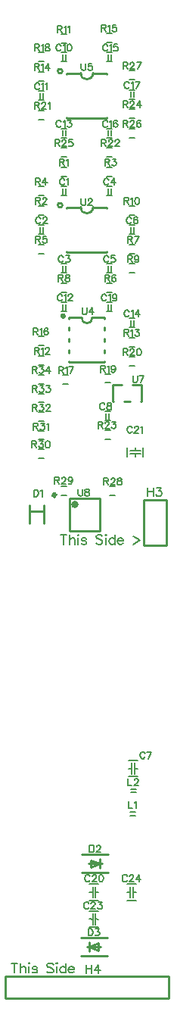
<source format=gto>
G04 Layer: TopSilkLayer*
G04 EasyEDA v6.4.19.5, 2021-06-09T13:24:33+02:00*
G04 4d0a35ba0e1948c19c820806b4e2a2d6,fb9c11b3819f4bbabdc06984e21ef5f2,10*
G04 Gerber Generator version 0.2*
G04 Scale: 100 percent, Rotated: No, Reflected: No *
G04 Dimensions in millimeters *
G04 leading zeros omitted , absolute positions ,4 integer and 5 decimal *
%FSLAX45Y45*%
%MOMM*%

%ADD10C,0.2540*%
%ADD30C,0.1530*%
%ADD31C,0.4000*%
%ADD32C,0.2032*%
%ADD33C,0.1524*%

%LPD*%
D32*
X80103Y-10523931D02*
G01*
X80103Y-10629087D01*
X45051Y-10523931D02*
G01*
X114901Y-10523931D01*
X147921Y-10523931D02*
G01*
X147921Y-10629087D01*
X147921Y-10579049D02*
G01*
X162907Y-10564063D01*
X173067Y-10558983D01*
X188053Y-10558983D01*
X197959Y-10564063D01*
X203039Y-10579049D01*
X203039Y-10629087D01*
X236059Y-10523931D02*
G01*
X240885Y-10529011D01*
X245965Y-10523931D01*
X240885Y-10519105D01*
X236059Y-10523931D01*
X240885Y-10558983D02*
G01*
X240885Y-10629087D01*
X334103Y-10573969D02*
G01*
X329023Y-10564063D01*
X314037Y-10558983D01*
X299051Y-10558983D01*
X284065Y-10564063D01*
X278985Y-10573969D01*
X284065Y-10583875D01*
X293971Y-10588955D01*
X319117Y-10594035D01*
X329023Y-10598861D01*
X334103Y-10609021D01*
X334103Y-10614101D01*
X329023Y-10624007D01*
X314037Y-10629087D01*
X299051Y-10629087D01*
X284065Y-10624007D01*
X278985Y-10614101D01*
X513935Y-10538917D02*
G01*
X504029Y-10529011D01*
X489043Y-10523931D01*
X468977Y-10523931D01*
X453991Y-10529011D01*
X444085Y-10538917D01*
X444085Y-10549077D01*
X448911Y-10558983D01*
X453991Y-10564063D01*
X463897Y-10568889D01*
X494123Y-10579049D01*
X504029Y-10583875D01*
X509109Y-10588955D01*
X513935Y-10598861D01*
X513935Y-10614101D01*
X504029Y-10624007D01*
X489043Y-10629087D01*
X468977Y-10629087D01*
X453991Y-10624007D01*
X444085Y-10614101D01*
X546955Y-10523931D02*
G01*
X552035Y-10529011D01*
X557115Y-10523931D01*
X552035Y-10519105D01*
X546955Y-10523931D01*
X552035Y-10558983D02*
G01*
X552035Y-10629087D01*
X650079Y-10523931D02*
G01*
X650079Y-10629087D01*
X650079Y-10573969D02*
G01*
X639919Y-10564063D01*
X630013Y-10558983D01*
X615027Y-10558983D01*
X605121Y-10564063D01*
X594961Y-10573969D01*
X589881Y-10588955D01*
X589881Y-10598861D01*
X594961Y-10614101D01*
X605121Y-10624007D01*
X615027Y-10629087D01*
X630013Y-10629087D01*
X639919Y-10624007D01*
X650079Y-10614101D01*
X683099Y-10588955D02*
G01*
X743043Y-10588955D01*
X743043Y-10579049D01*
X737963Y-10568889D01*
X732883Y-10564063D01*
X722977Y-10558983D01*
X707991Y-10558983D01*
X698085Y-10564063D01*
X687925Y-10573969D01*
X683099Y-10588955D01*
X683099Y-10598861D01*
X687925Y-10614101D01*
X698085Y-10624007D01*
X707991Y-10629087D01*
X722977Y-10629087D01*
X732883Y-10624007D01*
X743043Y-10614101D01*
X630026Y-5734042D02*
G01*
X630026Y-5838944D01*
X594974Y-5734042D02*
G01*
X665078Y-5734042D01*
X698098Y-5734042D02*
G01*
X698098Y-5838944D01*
X698098Y-5788906D02*
G01*
X713087Y-5773920D01*
X722990Y-5769094D01*
X737976Y-5769094D01*
X747882Y-5773920D01*
X752962Y-5788906D01*
X752962Y-5838944D01*
X785982Y-5734042D02*
G01*
X791062Y-5738865D01*
X795888Y-5734042D01*
X791062Y-5728962D01*
X785982Y-5734042D01*
X791062Y-5769094D02*
G01*
X791065Y-5838944D01*
X884026Y-5784080D02*
G01*
X878946Y-5773920D01*
X863960Y-5769094D01*
X848974Y-5769094D01*
X833988Y-5773922D01*
X828908Y-5784080D01*
X833988Y-5793986D01*
X843894Y-5799066D01*
X869040Y-5803892D01*
X878946Y-5808972D01*
X884026Y-5818878D01*
X884026Y-5823958D01*
X878946Y-5833864D01*
X863960Y-5838944D01*
X848974Y-5838944D01*
X833988Y-5833864D01*
X828908Y-5823958D01*
X1064112Y-5749028D02*
G01*
X1053952Y-5738868D01*
X1038966Y-5734042D01*
X1018900Y-5734042D01*
X1003912Y-5738868D01*
X994008Y-5749028D01*
X994008Y-5758934D01*
X999088Y-5769094D01*
X1003914Y-5773922D01*
X1014077Y-5779000D01*
X1044046Y-5788906D01*
X1053952Y-5793986D01*
X1059032Y-5799066D01*
X1064112Y-5808972D01*
X1064112Y-5823958D01*
X1053952Y-5833864D01*
X1038966Y-5838944D01*
X1018900Y-5838944D01*
X1003914Y-5833864D01*
X994008Y-5823958D01*
X1096878Y-5734042D02*
G01*
X1101958Y-5738868D01*
X1107038Y-5734042D01*
X1101958Y-5728962D01*
X1096878Y-5734042D01*
X1101958Y-5769094D02*
G01*
X1101958Y-5838944D01*
X1200002Y-5734042D02*
G01*
X1200002Y-5838944D01*
X1200002Y-5784080D02*
G01*
X1190096Y-5773920D01*
X1179936Y-5769094D01*
X1164950Y-5769094D01*
X1155044Y-5773920D01*
X1144884Y-5784080D01*
X1140058Y-5799066D01*
X1140058Y-5808972D01*
X1144884Y-5823958D01*
X1155044Y-5833864D01*
X1164950Y-5838944D01*
X1179936Y-5838944D01*
X1190096Y-5833864D01*
X1200002Y-5823958D01*
X1233022Y-5799066D02*
G01*
X1292966Y-5799066D01*
X1292966Y-5788906D01*
X1287886Y-5779000D01*
X1283063Y-5773920D01*
X1272900Y-5769094D01*
X1257914Y-5769094D01*
X1248008Y-5773922D01*
X1238102Y-5784080D01*
X1233022Y-5799066D01*
X1233022Y-5808972D01*
X1238102Y-5823958D01*
X1248008Y-5833864D01*
X1257914Y-5838944D01*
X1272900Y-5838944D01*
X1283060Y-5833864D01*
X1292966Y-5823958D01*
X1402948Y-5749028D02*
G01*
X1482958Y-5793986D01*
X1402948Y-5838944D01*
D33*
X880110Y-10539155D02*
G01*
X880110Y-10634405D01*
X943610Y-10539155D02*
G01*
X943610Y-10634405D01*
X880110Y-10584621D02*
G01*
X943610Y-10584621D01*
X1019047Y-10539155D02*
G01*
X973581Y-10602655D01*
X1041907Y-10602655D01*
X1019047Y-10539155D02*
G01*
X1019047Y-10634405D01*
X530075Y-5089217D02*
G01*
X530075Y-5165671D01*
X530075Y-5089217D02*
G01*
X562841Y-5089217D01*
X573509Y-5092773D01*
X577319Y-5096583D01*
X580875Y-5103695D01*
X580875Y-5111061D01*
X577319Y-5118427D01*
X573509Y-5121983D01*
X562841Y-5125539D01*
X530075Y-5125539D01*
X555475Y-5125539D02*
G01*
X580875Y-5165671D01*
X608561Y-5107505D02*
G01*
X608561Y-5103695D01*
X612117Y-5096583D01*
X615927Y-5092773D01*
X623039Y-5089217D01*
X637517Y-5089217D01*
X644883Y-5092773D01*
X648439Y-5096583D01*
X652249Y-5103695D01*
X652249Y-5111061D01*
X648439Y-5118427D01*
X641327Y-5129349D01*
X605005Y-5165671D01*
X655805Y-5165671D01*
X727179Y-5114617D02*
G01*
X723369Y-5125539D01*
X716257Y-5132905D01*
X705335Y-5136461D01*
X701525Y-5136461D01*
X690603Y-5132905D01*
X683491Y-5125539D01*
X679935Y-5114617D01*
X679935Y-5111061D01*
X683491Y-5100139D01*
X690603Y-5092773D01*
X701525Y-5089217D01*
X705335Y-5089217D01*
X716257Y-5092773D01*
X723369Y-5100139D01*
X727179Y-5114617D01*
X727179Y-5132905D01*
X723369Y-5151193D01*
X716257Y-5162115D01*
X705335Y-5165671D01*
X697969Y-5165671D01*
X687047Y-5162115D01*
X683491Y-5154749D01*
X294909Y-5229171D02*
G01*
X294909Y-5305625D01*
X294909Y-5229171D02*
G01*
X320563Y-5229171D01*
X331485Y-5232981D01*
X338597Y-5240093D01*
X342153Y-5247459D01*
X345963Y-5258381D01*
X345963Y-5276415D01*
X342153Y-5287337D01*
X338597Y-5294703D01*
X331485Y-5302069D01*
X320563Y-5305625D01*
X294909Y-5305625D01*
X369839Y-5243903D02*
G01*
X377205Y-5240093D01*
X388127Y-5229171D01*
X388127Y-5305625D01*
X1394470Y-4537499D02*
G01*
X1390914Y-4530133D01*
X1383548Y-4523021D01*
X1376436Y-4519211D01*
X1361704Y-4519211D01*
X1354592Y-4523021D01*
X1347226Y-4530133D01*
X1343670Y-4537499D01*
X1340114Y-4548421D01*
X1340114Y-4566455D01*
X1343670Y-4577377D01*
X1347226Y-4584743D01*
X1354592Y-4592109D01*
X1361704Y-4595665D01*
X1376436Y-4595665D01*
X1383548Y-4592109D01*
X1390914Y-4584743D01*
X1394470Y-4577377D01*
X1422156Y-4537499D02*
G01*
X1422156Y-4533689D01*
X1425712Y-4526577D01*
X1429522Y-4523021D01*
X1436634Y-4519211D01*
X1451366Y-4519211D01*
X1458478Y-4523021D01*
X1462288Y-4526577D01*
X1465844Y-4533689D01*
X1465844Y-4541055D01*
X1462288Y-4548421D01*
X1454922Y-4559343D01*
X1418600Y-4595665D01*
X1469400Y-4595665D01*
X1493530Y-4533689D02*
G01*
X1500642Y-4530133D01*
X1511564Y-4519211D01*
X1511564Y-4595665D01*
X919916Y-9204284D02*
G01*
X919916Y-9280484D01*
X919916Y-9204284D02*
G01*
X945570Y-9204284D01*
X956238Y-9207840D01*
X963604Y-9215206D01*
X967160Y-9222318D01*
X970970Y-9233240D01*
X970970Y-9251528D01*
X967160Y-9262450D01*
X963604Y-9269816D01*
X956238Y-9276928D01*
X945570Y-9280484D01*
X919916Y-9280484D01*
X998656Y-9222318D02*
G01*
X998656Y-9218762D01*
X1002212Y-9211396D01*
X1005768Y-9207840D01*
X1013134Y-9204284D01*
X1027612Y-9204284D01*
X1034978Y-9207840D01*
X1038534Y-9211396D01*
X1042090Y-9218762D01*
X1042090Y-9226128D01*
X1038534Y-9233240D01*
X1031168Y-9244162D01*
X994846Y-9280484D01*
X1045900Y-9280484D01*
X904887Y-10139205D02*
G01*
X904887Y-10215659D01*
X904887Y-10139205D02*
G01*
X930541Y-10139205D01*
X941463Y-10143015D01*
X948575Y-10150127D01*
X952385Y-10157493D01*
X955941Y-10168415D01*
X955941Y-10186449D01*
X952385Y-10197371D01*
X948575Y-10204737D01*
X941463Y-10212103D01*
X930541Y-10215659D01*
X904887Y-10215659D01*
X987183Y-10139205D02*
G01*
X1027061Y-10139205D01*
X1005471Y-10168415D01*
X1016393Y-10168415D01*
X1023505Y-10171971D01*
X1027061Y-10175527D01*
X1030871Y-10186449D01*
X1030871Y-10193815D01*
X1027061Y-10204737D01*
X1019949Y-10212103D01*
X1009027Y-10215659D01*
X998105Y-10215659D01*
X987183Y-10212103D01*
X983627Y-10208293D01*
X979817Y-10201181D01*
X275064Y-4684219D02*
G01*
X275064Y-4760673D01*
X275064Y-4684219D02*
G01*
X307830Y-4684219D01*
X318752Y-4687775D01*
X322308Y-4691585D01*
X325864Y-4698697D01*
X325864Y-4706063D01*
X322308Y-4713429D01*
X318752Y-4716985D01*
X307830Y-4720541D01*
X275064Y-4720541D01*
X300464Y-4720541D02*
G01*
X325864Y-4760673D01*
X357106Y-4684219D02*
G01*
X397238Y-4684219D01*
X375394Y-4713429D01*
X386316Y-4713429D01*
X393428Y-4716985D01*
X397238Y-4720541D01*
X400794Y-4731463D01*
X400794Y-4738829D01*
X397238Y-4749751D01*
X389872Y-4757117D01*
X378950Y-4760673D01*
X368028Y-4760673D01*
X357106Y-4757117D01*
X353550Y-4753307D01*
X349994Y-4746195D01*
X446514Y-4684219D02*
G01*
X435846Y-4687775D01*
X428480Y-4698697D01*
X424924Y-4716985D01*
X424924Y-4727907D01*
X428480Y-4746195D01*
X435846Y-4757117D01*
X446514Y-4760673D01*
X453880Y-4760673D01*
X464802Y-4757117D01*
X472168Y-4746195D01*
X475724Y-4727907D01*
X475724Y-4716985D01*
X472168Y-4698697D01*
X464802Y-4687775D01*
X453880Y-4684219D01*
X446514Y-4684219D01*
X290065Y-4484220D02*
G01*
X290065Y-4560674D01*
X290065Y-4484220D02*
G01*
X322831Y-4484220D01*
X333753Y-4487776D01*
X337309Y-4491586D01*
X340865Y-4498698D01*
X340865Y-4506064D01*
X337309Y-4513430D01*
X333753Y-4516986D01*
X322831Y-4520542D01*
X290065Y-4520542D01*
X315465Y-4520542D02*
G01*
X340865Y-4560674D01*
X372107Y-4484220D02*
G01*
X412239Y-4484220D01*
X390395Y-4513430D01*
X401317Y-4513430D01*
X408429Y-4516986D01*
X412239Y-4520542D01*
X415795Y-4531464D01*
X415795Y-4538830D01*
X412239Y-4549752D01*
X404873Y-4557118D01*
X393951Y-4560674D01*
X383029Y-4560674D01*
X372107Y-4557118D01*
X368551Y-4553308D01*
X364995Y-4546196D01*
X439925Y-4498698D02*
G01*
X447037Y-4495142D01*
X457959Y-4484220D01*
X457959Y-4560674D01*
X280065Y-4274220D02*
G01*
X280065Y-4350674D01*
X280065Y-4274220D02*
G01*
X312831Y-4274220D01*
X323753Y-4277776D01*
X327309Y-4281586D01*
X330865Y-4288698D01*
X330865Y-4296064D01*
X327309Y-4303430D01*
X323753Y-4306986D01*
X312831Y-4310542D01*
X280065Y-4310542D01*
X305465Y-4310542D02*
G01*
X330865Y-4350674D01*
X362107Y-4274220D02*
G01*
X402239Y-4274220D01*
X380395Y-4303430D01*
X391317Y-4303430D01*
X398429Y-4306986D01*
X402239Y-4310542D01*
X405795Y-4321464D01*
X405795Y-4328830D01*
X402239Y-4339752D01*
X394873Y-4347118D01*
X383951Y-4350674D01*
X373029Y-4350674D01*
X362107Y-4347118D01*
X358551Y-4343308D01*
X354995Y-4336196D01*
X433481Y-4292508D02*
G01*
X433481Y-4288698D01*
X437037Y-4281586D01*
X440847Y-4277776D01*
X447959Y-4274220D01*
X462437Y-4274220D01*
X469803Y-4277776D01*
X473359Y-4281586D01*
X477169Y-4288698D01*
X477169Y-4296064D01*
X473359Y-4303430D01*
X466247Y-4314352D01*
X429925Y-4350674D01*
X480725Y-4350674D01*
X280065Y-4064220D02*
G01*
X280065Y-4140674D01*
X280065Y-4064220D02*
G01*
X312831Y-4064220D01*
X323753Y-4067776D01*
X327309Y-4071586D01*
X330865Y-4078698D01*
X330865Y-4086064D01*
X327309Y-4093430D01*
X323753Y-4096986D01*
X312831Y-4100542D01*
X280065Y-4100542D01*
X305465Y-4100542D02*
G01*
X330865Y-4140674D01*
X362107Y-4064220D02*
G01*
X402239Y-4064220D01*
X380395Y-4093430D01*
X391317Y-4093430D01*
X398429Y-4096986D01*
X402239Y-4100542D01*
X405795Y-4111464D01*
X405795Y-4118830D01*
X402239Y-4129752D01*
X394873Y-4137118D01*
X383951Y-4140674D01*
X373029Y-4140674D01*
X362107Y-4137118D01*
X358551Y-4133308D01*
X354995Y-4126196D01*
X437037Y-4064220D02*
G01*
X477169Y-4064220D01*
X455325Y-4093430D01*
X466247Y-4093430D01*
X473359Y-4096986D01*
X477169Y-4100542D01*
X480725Y-4111464D01*
X480725Y-4118830D01*
X477169Y-4129752D01*
X469803Y-4137118D01*
X458881Y-4140674D01*
X447959Y-4140674D01*
X437037Y-4137118D01*
X433481Y-4133308D01*
X429925Y-4126196D01*
X278465Y-3850721D02*
G01*
X278465Y-3927175D01*
X278465Y-3850721D02*
G01*
X311231Y-3850721D01*
X322153Y-3854277D01*
X325709Y-3858087D01*
X329265Y-3865199D01*
X329265Y-3872565D01*
X325709Y-3879931D01*
X322153Y-3883487D01*
X311231Y-3887043D01*
X278465Y-3887043D01*
X303865Y-3887043D02*
G01*
X329265Y-3927175D01*
X360507Y-3850721D02*
G01*
X400639Y-3850721D01*
X378795Y-3879931D01*
X389717Y-3879931D01*
X396829Y-3883487D01*
X400639Y-3887043D01*
X404195Y-3897965D01*
X404195Y-3905331D01*
X400639Y-3916253D01*
X393273Y-3923619D01*
X382351Y-3927175D01*
X371429Y-3927175D01*
X360507Y-3923619D01*
X356951Y-3919809D01*
X353395Y-3912697D01*
X464647Y-3850721D02*
G01*
X428325Y-3901775D01*
X482681Y-3901775D01*
X464647Y-3850721D02*
G01*
X464647Y-3927175D01*
X1355064Y-8714211D02*
G01*
X1355064Y-8790665D01*
X1355064Y-8790665D02*
G01*
X1398752Y-8790665D01*
X1422628Y-8728689D02*
G01*
X1429994Y-8725133D01*
X1440916Y-8714211D01*
X1440916Y-8790665D01*
X1350063Y-8459210D02*
G01*
X1350063Y-8535664D01*
X1350063Y-8535664D02*
G01*
X1393751Y-8535664D01*
X1421183Y-8477498D02*
G01*
X1421183Y-8473688D01*
X1424993Y-8466576D01*
X1428549Y-8462766D01*
X1435915Y-8459210D01*
X1450393Y-8459210D01*
X1457759Y-8462766D01*
X1461315Y-8466576D01*
X1464871Y-8473688D01*
X1464871Y-8481054D01*
X1461315Y-8488420D01*
X1453949Y-8499342D01*
X1417627Y-8535664D01*
X1468427Y-8535664D01*
X1089451Y-4277517D02*
G01*
X1085895Y-4270151D01*
X1078529Y-4262785D01*
X1071417Y-4259229D01*
X1056939Y-4259229D01*
X1049573Y-4262785D01*
X1042207Y-4270151D01*
X1038651Y-4277517D01*
X1035095Y-4288439D01*
X1035095Y-4306473D01*
X1038651Y-4317395D01*
X1042207Y-4324761D01*
X1049573Y-4332127D01*
X1056939Y-4335683D01*
X1071417Y-4335683D01*
X1078529Y-4332127D01*
X1085895Y-4324761D01*
X1089451Y-4317395D01*
X1131615Y-4259229D02*
G01*
X1120947Y-4262785D01*
X1117137Y-4270151D01*
X1117137Y-4277517D01*
X1120947Y-4284629D01*
X1128059Y-4288439D01*
X1142537Y-4291995D01*
X1153459Y-4295551D01*
X1160825Y-4302917D01*
X1164381Y-4310283D01*
X1164381Y-4321205D01*
X1160825Y-4328317D01*
X1157269Y-4332127D01*
X1146347Y-4335683D01*
X1131615Y-4335683D01*
X1120947Y-4332127D01*
X1117137Y-4328317D01*
X1113581Y-4321205D01*
X1113581Y-4310283D01*
X1117137Y-4302917D01*
X1124503Y-4295551D01*
X1135425Y-4291995D01*
X1149903Y-4288439D01*
X1157269Y-4284629D01*
X1160825Y-4277517D01*
X1160825Y-4270151D01*
X1157269Y-4262785D01*
X1146347Y-4259229D01*
X1131615Y-4259229D01*
X909419Y-9857496D02*
G01*
X905863Y-9850130D01*
X898751Y-9842764D01*
X891385Y-9839208D01*
X876907Y-9839208D01*
X869541Y-9842764D01*
X862175Y-9850130D01*
X858619Y-9857496D01*
X855063Y-9868418D01*
X855063Y-9886452D01*
X858619Y-9897374D01*
X862175Y-9904740D01*
X869541Y-9912106D01*
X876907Y-9915662D01*
X891385Y-9915662D01*
X898751Y-9912106D01*
X905863Y-9904740D01*
X909419Y-9897374D01*
X937105Y-9857496D02*
G01*
X937105Y-9853686D01*
X940915Y-9846574D01*
X944471Y-9842764D01*
X951837Y-9839208D01*
X966315Y-9839208D01*
X973427Y-9842764D01*
X977237Y-9846574D01*
X980793Y-9853686D01*
X980793Y-9861052D01*
X977237Y-9868418D01*
X969871Y-9879340D01*
X933549Y-9915662D01*
X984349Y-9915662D01*
X1015845Y-9839208D02*
G01*
X1055723Y-9839208D01*
X1033879Y-9868418D01*
X1044801Y-9868418D01*
X1052167Y-9871974D01*
X1055723Y-9875530D01*
X1059279Y-9886452D01*
X1059279Y-9893818D01*
X1055723Y-9904740D01*
X1048357Y-9912106D01*
X1037435Y-9915662D01*
X1026513Y-9915662D01*
X1015845Y-9912106D01*
X1012035Y-9908296D01*
X1008479Y-9901184D01*
X1339608Y-9552434D02*
G01*
X1335798Y-9545068D01*
X1328686Y-9537956D01*
X1321320Y-9534146D01*
X1306842Y-9534146D01*
X1299476Y-9537956D01*
X1292364Y-9545068D01*
X1288554Y-9552434D01*
X1284998Y-9563356D01*
X1284998Y-9581644D01*
X1288554Y-9592312D01*
X1292364Y-9599678D01*
X1299476Y-9607044D01*
X1306842Y-9610600D01*
X1321320Y-9610600D01*
X1328686Y-9607044D01*
X1335798Y-9599678D01*
X1339608Y-9592312D01*
X1367294Y-9552434D02*
G01*
X1367294Y-9548878D01*
X1370850Y-9541512D01*
X1374406Y-9537956D01*
X1381772Y-9534146D01*
X1396250Y-9534146D01*
X1403616Y-9537956D01*
X1407172Y-9541512D01*
X1410728Y-9548878D01*
X1410728Y-9555990D01*
X1407172Y-9563356D01*
X1399806Y-9574278D01*
X1363484Y-9610600D01*
X1414538Y-9610600D01*
X1474736Y-9534146D02*
G01*
X1438414Y-9585200D01*
X1493024Y-9585200D01*
X1474736Y-9534146D02*
G01*
X1474736Y-9610600D01*
X1539417Y-8177502D02*
G01*
X1535861Y-8170136D01*
X1528749Y-8162770D01*
X1521383Y-8159214D01*
X1506905Y-8159214D01*
X1499539Y-8162770D01*
X1492173Y-8170136D01*
X1488617Y-8177502D01*
X1485061Y-8188424D01*
X1485061Y-8206458D01*
X1488617Y-8217380D01*
X1492173Y-8224746D01*
X1499539Y-8232112D01*
X1506905Y-8235668D01*
X1521383Y-8235668D01*
X1528749Y-8232112D01*
X1535861Y-8224746D01*
X1539417Y-8217380D01*
X1614347Y-8159214D02*
G01*
X1578025Y-8235668D01*
X1563547Y-8159214D02*
G01*
X1614347Y-8159214D01*
X923008Y-9553196D02*
G01*
X919198Y-9545830D01*
X912086Y-9538464D01*
X904720Y-9534908D01*
X890242Y-9534908D01*
X882876Y-9538464D01*
X875764Y-9545830D01*
X871954Y-9553196D01*
X868398Y-9564118D01*
X868398Y-9582152D01*
X871954Y-9593074D01*
X875764Y-9600440D01*
X882876Y-9607806D01*
X890242Y-9611362D01*
X904720Y-9611362D01*
X912086Y-9607806D01*
X919198Y-9600440D01*
X923008Y-9593074D01*
X950694Y-9553196D02*
G01*
X950694Y-9549386D01*
X954250Y-9542274D01*
X957806Y-9538464D01*
X965172Y-9534908D01*
X979650Y-9534908D01*
X987016Y-9538464D01*
X990572Y-9542274D01*
X994128Y-9549386D01*
X994128Y-9556752D01*
X990572Y-9564118D01*
X983206Y-9575040D01*
X946884Y-9611362D01*
X997938Y-9611362D01*
X1043658Y-9534908D02*
G01*
X1032736Y-9538464D01*
X1025370Y-9549386D01*
X1021814Y-9567674D01*
X1021814Y-9578596D01*
X1025370Y-9596884D01*
X1032736Y-9607806D01*
X1043658Y-9611362D01*
X1051024Y-9611362D01*
X1061946Y-9607806D01*
X1069058Y-9596884D01*
X1072868Y-9578596D01*
X1072868Y-9567674D01*
X1069058Y-9549386D01*
X1061946Y-9538464D01*
X1051024Y-9534908D01*
X1043658Y-9534908D01*
X638632Y-1766315D02*
G01*
X635076Y-1758950D01*
X627710Y-1751584D01*
X620598Y-1748028D01*
X606120Y-1748028D01*
X598754Y-1751584D01*
X591388Y-1758950D01*
X587832Y-1766315D01*
X584276Y-1777237D01*
X584276Y-1795271D01*
X587832Y-1806194D01*
X591388Y-1813560D01*
X598754Y-1820926D01*
X606120Y-1824481D01*
X620598Y-1824481D01*
X627710Y-1820926D01*
X635076Y-1813560D01*
X638632Y-1806194D01*
X662762Y-1762505D02*
G01*
X670128Y-1758950D01*
X680796Y-1748028D01*
X680796Y-1824481D01*
X371932Y-2198115D02*
G01*
X368376Y-2190750D01*
X361010Y-2183384D01*
X353898Y-2179828D01*
X339420Y-2179828D01*
X332054Y-2183384D01*
X324688Y-2190750D01*
X321132Y-2198115D01*
X317576Y-2209037D01*
X317576Y-2227071D01*
X321132Y-2237994D01*
X324688Y-2245360D01*
X332054Y-2252726D01*
X339420Y-2256281D01*
X353898Y-2256281D01*
X361010Y-2252726D01*
X368376Y-2245360D01*
X371932Y-2237994D01*
X399618Y-2198115D02*
G01*
X399618Y-2194305D01*
X403428Y-2187194D01*
X406984Y-2183384D01*
X414096Y-2179828D01*
X428828Y-2179828D01*
X435940Y-2183384D01*
X439750Y-2187194D01*
X443306Y-2194305D01*
X443306Y-2201671D01*
X439750Y-2209037D01*
X432384Y-2219960D01*
X396062Y-2256281D01*
X446862Y-2256281D01*
X1133932Y-2629915D02*
G01*
X1130376Y-2622550D01*
X1123010Y-2615184D01*
X1115898Y-2611628D01*
X1101420Y-2611628D01*
X1094054Y-2615184D01*
X1086688Y-2622550D01*
X1083132Y-2629915D01*
X1079576Y-2640837D01*
X1079576Y-2658871D01*
X1083132Y-2669794D01*
X1086688Y-2677160D01*
X1094054Y-2684526D01*
X1101420Y-2688081D01*
X1115898Y-2688081D01*
X1123010Y-2684526D01*
X1130376Y-2677160D01*
X1133932Y-2669794D01*
X1201750Y-2611628D02*
G01*
X1165428Y-2611628D01*
X1161618Y-2644394D01*
X1165428Y-2640837D01*
X1176096Y-2637028D01*
X1187018Y-2637028D01*
X1197940Y-2640837D01*
X1205306Y-2647950D01*
X1208862Y-2658871D01*
X1208862Y-2666237D01*
X1205306Y-2677160D01*
X1197940Y-2684526D01*
X1187018Y-2688081D01*
X1176096Y-2688081D01*
X1165428Y-2684526D01*
X1161618Y-2680715D01*
X1158062Y-2673604D01*
X1387932Y-2198115D02*
G01*
X1384376Y-2190750D01*
X1377010Y-2183384D01*
X1369898Y-2179828D01*
X1355420Y-2179828D01*
X1348054Y-2183384D01*
X1340688Y-2190750D01*
X1337132Y-2198115D01*
X1333576Y-2209037D01*
X1333576Y-2227071D01*
X1337132Y-2237994D01*
X1340688Y-2245360D01*
X1348054Y-2252726D01*
X1355420Y-2256281D01*
X1369898Y-2256281D01*
X1377010Y-2252726D01*
X1384376Y-2245360D01*
X1387932Y-2237994D01*
X1455750Y-2190750D02*
G01*
X1451940Y-2183384D01*
X1441018Y-2179828D01*
X1433906Y-2179828D01*
X1422984Y-2183384D01*
X1415618Y-2194305D01*
X1412062Y-2212594D01*
X1412062Y-2230881D01*
X1415618Y-2245360D01*
X1422984Y-2252726D01*
X1433906Y-2256281D01*
X1437462Y-2256281D01*
X1448384Y-2252726D01*
X1455750Y-2245360D01*
X1459306Y-2234437D01*
X1459306Y-2230881D01*
X1455750Y-2219960D01*
X1448384Y-2212594D01*
X1437462Y-2209037D01*
X1433906Y-2209037D01*
X1422984Y-2212594D01*
X1415618Y-2219960D01*
X1412062Y-2230881D01*
X600532Y-267715D02*
G01*
X596976Y-260350D01*
X589610Y-252984D01*
X582498Y-249428D01*
X568020Y-249428D01*
X560654Y-252984D01*
X553288Y-260350D01*
X549732Y-267715D01*
X546176Y-278637D01*
X546176Y-296671D01*
X549732Y-307594D01*
X553288Y-314960D01*
X560654Y-322326D01*
X568020Y-325881D01*
X582498Y-325881D01*
X589610Y-322326D01*
X596976Y-314960D01*
X600532Y-307594D01*
X624662Y-263905D02*
G01*
X632028Y-260350D01*
X642696Y-249428D01*
X642696Y-325881D01*
X688670Y-249428D02*
G01*
X677748Y-252984D01*
X670382Y-263905D01*
X666826Y-282194D01*
X666826Y-293115D01*
X670382Y-311404D01*
X677748Y-322326D01*
X688670Y-325881D01*
X695782Y-325881D01*
X706704Y-322326D01*
X714070Y-311404D01*
X717626Y-293115D01*
X717626Y-282194D01*
X714070Y-263905D01*
X706704Y-252984D01*
X695782Y-249428D01*
X688670Y-249428D01*
X359232Y-699515D02*
G01*
X355676Y-692150D01*
X348310Y-684784D01*
X341198Y-681228D01*
X326720Y-681228D01*
X319354Y-684784D01*
X311988Y-692150D01*
X308432Y-699515D01*
X304876Y-710437D01*
X304876Y-728471D01*
X308432Y-739394D01*
X311988Y-746760D01*
X319354Y-754126D01*
X326720Y-757681D01*
X341198Y-757681D01*
X348310Y-754126D01*
X355676Y-746760D01*
X359232Y-739394D01*
X383362Y-695705D02*
G01*
X390728Y-692150D01*
X401396Y-681228D01*
X401396Y-757681D01*
X425526Y-695705D02*
G01*
X432892Y-692150D01*
X443814Y-681228D01*
X443814Y-757681D01*
X1121232Y-1118615D02*
G01*
X1117676Y-1111250D01*
X1110310Y-1103884D01*
X1103198Y-1100328D01*
X1088720Y-1100328D01*
X1081354Y-1103884D01*
X1073988Y-1111250D01*
X1070432Y-1118615D01*
X1066876Y-1129537D01*
X1066876Y-1147571D01*
X1070432Y-1158494D01*
X1073988Y-1165860D01*
X1081354Y-1173226D01*
X1088720Y-1176781D01*
X1103198Y-1176781D01*
X1110310Y-1173226D01*
X1117676Y-1165860D01*
X1121232Y-1158494D01*
X1145362Y-1114805D02*
G01*
X1152728Y-1111250D01*
X1163396Y-1100328D01*
X1163396Y-1176781D01*
X1231214Y-1111250D02*
G01*
X1227404Y-1103884D01*
X1216482Y-1100328D01*
X1209370Y-1100328D01*
X1198448Y-1103884D01*
X1191082Y-1114805D01*
X1187526Y-1133094D01*
X1187526Y-1151381D01*
X1191082Y-1165860D01*
X1198448Y-1173226D01*
X1209370Y-1176781D01*
X1212926Y-1176781D01*
X1223848Y-1173226D01*
X1231214Y-1165860D01*
X1234770Y-1154937D01*
X1234770Y-1151381D01*
X1231214Y-1140460D01*
X1223848Y-1133094D01*
X1212926Y-1129537D01*
X1209370Y-1129537D01*
X1198448Y-1133094D01*
X1191082Y-1140460D01*
X1187526Y-1151381D01*
X1362532Y-686815D02*
G01*
X1358976Y-679450D01*
X1351610Y-672084D01*
X1344498Y-668528D01*
X1330020Y-668528D01*
X1322654Y-672084D01*
X1315288Y-679450D01*
X1311732Y-686815D01*
X1308176Y-697737D01*
X1308176Y-715771D01*
X1311732Y-726694D01*
X1315288Y-734060D01*
X1322654Y-741426D01*
X1330020Y-744981D01*
X1344498Y-744981D01*
X1351610Y-741426D01*
X1358976Y-734060D01*
X1362532Y-726694D01*
X1386662Y-683005D02*
G01*
X1394028Y-679450D01*
X1404696Y-668528D01*
X1404696Y-744981D01*
X1479626Y-668528D02*
G01*
X1443304Y-744981D01*
X1428826Y-668528D02*
G01*
X1479626Y-668528D01*
X1080005Y-5099222D02*
G01*
X1080005Y-5175676D01*
X1080005Y-5099222D02*
G01*
X1112771Y-5099222D01*
X1123693Y-5102778D01*
X1127249Y-5106588D01*
X1130805Y-5113700D01*
X1130805Y-5121066D01*
X1127249Y-5128432D01*
X1123693Y-5131988D01*
X1112771Y-5135544D01*
X1080005Y-5135544D01*
X1105405Y-5135544D02*
G01*
X1130805Y-5175676D01*
X1158491Y-5117510D02*
G01*
X1158491Y-5113700D01*
X1162301Y-5106588D01*
X1165857Y-5102778D01*
X1172969Y-5099222D01*
X1187701Y-5099222D01*
X1194813Y-5102778D01*
X1198623Y-5106588D01*
X1202179Y-5113700D01*
X1202179Y-5121066D01*
X1198623Y-5128432D01*
X1191257Y-5139354D01*
X1154935Y-5175676D01*
X1205735Y-5175676D01*
X1247899Y-5099222D02*
G01*
X1236977Y-5102778D01*
X1233421Y-5110144D01*
X1233421Y-5117510D01*
X1236977Y-5124622D01*
X1244343Y-5128432D01*
X1258821Y-5131988D01*
X1269743Y-5135544D01*
X1277109Y-5142910D01*
X1280665Y-5150276D01*
X1280665Y-5161198D01*
X1277109Y-5168310D01*
X1273553Y-5172120D01*
X1262631Y-5175676D01*
X1247899Y-5175676D01*
X1236977Y-5172120D01*
X1233421Y-5168310D01*
X1229865Y-5161198D01*
X1229865Y-5150276D01*
X1233421Y-5142910D01*
X1240787Y-5135544D01*
X1251709Y-5131988D01*
X1266187Y-5128432D01*
X1273553Y-5124622D01*
X1277109Y-5117510D01*
X1277109Y-5110144D01*
X1273553Y-5102778D01*
X1262631Y-5099222D01*
X1247899Y-5099222D01*
X1569958Y-5209204D02*
G01*
X1569958Y-5304454D01*
X1633712Y-5209204D02*
G01*
X1633712Y-5304454D01*
X1569958Y-5254416D02*
G01*
X1633712Y-5254416D01*
X1672828Y-5209204D02*
G01*
X1722612Y-5209204D01*
X1695434Y-5245526D01*
X1709150Y-5245526D01*
X1718294Y-5250098D01*
X1722612Y-5254416D01*
X1727184Y-5268132D01*
X1727184Y-5277276D01*
X1722612Y-5290992D01*
X1713722Y-5299882D01*
X1700006Y-5304454D01*
X1686290Y-5304454D01*
X1672828Y-5299882D01*
X1668256Y-5295564D01*
X1663684Y-5286420D01*
X790897Y-5223573D02*
G01*
X790897Y-5278183D01*
X794453Y-5289105D01*
X801819Y-5296471D01*
X812741Y-5300027D01*
X820107Y-5300027D01*
X830775Y-5296471D01*
X838141Y-5289105D01*
X841697Y-5278183D01*
X841697Y-5223573D01*
X883861Y-5223573D02*
G01*
X873193Y-5227129D01*
X869383Y-5234495D01*
X869383Y-5241861D01*
X873193Y-5248973D01*
X880305Y-5252783D01*
X894783Y-5256339D01*
X905705Y-5259895D01*
X913071Y-5267261D01*
X916627Y-5274627D01*
X916627Y-5285549D01*
X913071Y-5292661D01*
X909515Y-5296471D01*
X898593Y-5300027D01*
X883861Y-5300027D01*
X873193Y-5296471D01*
X869383Y-5292661D01*
X865827Y-5285549D01*
X865827Y-5274627D01*
X869383Y-5267261D01*
X876749Y-5259895D01*
X887671Y-5256339D01*
X902149Y-5252783D01*
X909515Y-5248973D01*
X913071Y-5241861D01*
X913071Y-5234495D01*
X909515Y-5227129D01*
X898593Y-5223573D01*
X883861Y-5223573D01*
X1295476Y-3653028D02*
G01*
X1295476Y-3729481D01*
X1295476Y-3653028D02*
G01*
X1328242Y-3653028D01*
X1339164Y-3656584D01*
X1342720Y-3660394D01*
X1346276Y-3667505D01*
X1346276Y-3674871D01*
X1342720Y-3682237D01*
X1339164Y-3685794D01*
X1328242Y-3689350D01*
X1295476Y-3689350D01*
X1320876Y-3689350D02*
G01*
X1346276Y-3729481D01*
X1373962Y-3671315D02*
G01*
X1373962Y-3667505D01*
X1377518Y-3660394D01*
X1381328Y-3656584D01*
X1388440Y-3653028D01*
X1403172Y-3653028D01*
X1410284Y-3656584D01*
X1413840Y-3660394D01*
X1417650Y-3667505D01*
X1417650Y-3674871D01*
X1413840Y-3682237D01*
X1406728Y-3693160D01*
X1370406Y-3729481D01*
X1421206Y-3729481D01*
X1466926Y-3653028D02*
G01*
X1456258Y-3656584D01*
X1448892Y-3667505D01*
X1445336Y-3685794D01*
X1445336Y-3696715D01*
X1448892Y-3715004D01*
X1456258Y-3725926D01*
X1466926Y-3729481D01*
X1474292Y-3729481D01*
X1485214Y-3725926D01*
X1492580Y-3715004D01*
X1496136Y-3696715D01*
X1496136Y-3685794D01*
X1492580Y-3667505D01*
X1485214Y-3656584D01*
X1474292Y-3653028D01*
X1466926Y-3653028D01*
X292176Y-3424428D02*
G01*
X292176Y-3500881D01*
X292176Y-3424428D02*
G01*
X324942Y-3424428D01*
X335864Y-3427984D01*
X339420Y-3431794D01*
X342976Y-3438905D01*
X342976Y-3446271D01*
X339420Y-3453637D01*
X335864Y-3457194D01*
X324942Y-3460750D01*
X292176Y-3460750D01*
X317576Y-3460750D02*
G01*
X342976Y-3500881D01*
X367106Y-3438905D02*
G01*
X374218Y-3435350D01*
X385140Y-3424428D01*
X385140Y-3500881D01*
X452958Y-3435350D02*
G01*
X449148Y-3427984D01*
X438226Y-3424428D01*
X431114Y-3424428D01*
X420192Y-3427984D01*
X412826Y-3438905D01*
X409270Y-3457194D01*
X409270Y-3475481D01*
X412826Y-3489960D01*
X420192Y-3497326D01*
X431114Y-3500881D01*
X434670Y-3500881D01*
X445592Y-3497326D01*
X452958Y-3489960D01*
X456514Y-3479037D01*
X456514Y-3475481D01*
X452958Y-3464560D01*
X445592Y-3457194D01*
X434670Y-3453637D01*
X431114Y-3453637D01*
X420192Y-3457194D01*
X412826Y-3464560D01*
X409270Y-3475481D01*
X1092276Y-1532128D02*
G01*
X1092276Y-1608581D01*
X1092276Y-1532128D02*
G01*
X1125042Y-1532128D01*
X1135964Y-1535684D01*
X1139520Y-1539494D01*
X1143076Y-1546605D01*
X1143076Y-1553971D01*
X1139520Y-1561337D01*
X1135964Y-1564894D01*
X1125042Y-1568450D01*
X1092276Y-1568450D01*
X1117676Y-1568450D02*
G01*
X1143076Y-1608581D01*
X1174318Y-1532128D02*
G01*
X1214450Y-1532128D01*
X1192606Y-1561337D01*
X1203528Y-1561337D01*
X1210640Y-1564894D01*
X1214450Y-1568450D01*
X1218006Y-1579371D01*
X1218006Y-1586737D01*
X1214450Y-1597660D01*
X1207084Y-1605026D01*
X1196162Y-1608581D01*
X1185240Y-1608581D01*
X1174318Y-1605026D01*
X1170762Y-1601215D01*
X1167206Y-1594104D01*
X571576Y-2827528D02*
G01*
X571576Y-2903981D01*
X571576Y-2827528D02*
G01*
X604342Y-2827528D01*
X615264Y-2831084D01*
X618820Y-2834894D01*
X622376Y-2842005D01*
X622376Y-2849371D01*
X618820Y-2856737D01*
X615264Y-2860294D01*
X604342Y-2863850D01*
X571576Y-2863850D01*
X596976Y-2863850D02*
G01*
X622376Y-2903981D01*
X664540Y-2827528D02*
G01*
X653618Y-2831084D01*
X650062Y-2838450D01*
X650062Y-2845815D01*
X653618Y-2852928D01*
X660984Y-2856737D01*
X675462Y-2860294D01*
X686384Y-2863850D01*
X693750Y-2871215D01*
X697306Y-2878581D01*
X697306Y-2889504D01*
X693750Y-2896615D01*
X689940Y-2900426D01*
X679272Y-2903981D01*
X664540Y-2903981D01*
X653618Y-2900426D01*
X650062Y-2896615D01*
X646506Y-2889504D01*
X646506Y-2878581D01*
X650062Y-2871215D01*
X657428Y-2863850D01*
X668350Y-2860294D01*
X682828Y-2856737D01*
X689940Y-2852928D01*
X693750Y-2845815D01*
X693750Y-2838450D01*
X689940Y-2831084D01*
X679272Y-2827528D01*
X664540Y-2827528D01*
X317576Y-1748028D02*
G01*
X317576Y-1824481D01*
X317576Y-1748028D02*
G01*
X350342Y-1748028D01*
X361264Y-1751584D01*
X364820Y-1755394D01*
X368376Y-1762505D01*
X368376Y-1769871D01*
X364820Y-1777237D01*
X361264Y-1780794D01*
X350342Y-1784350D01*
X317576Y-1784350D01*
X342976Y-1784350D02*
G01*
X368376Y-1824481D01*
X428828Y-1748028D02*
G01*
X392506Y-1799081D01*
X446862Y-1799081D01*
X428828Y-1748028D02*
G01*
X428828Y-1824481D01*
X1346276Y-2611628D02*
G01*
X1346276Y-2688081D01*
X1346276Y-2611628D02*
G01*
X1379042Y-2611628D01*
X1389964Y-2615184D01*
X1393520Y-2618994D01*
X1397076Y-2626105D01*
X1397076Y-2633471D01*
X1393520Y-2640837D01*
X1389964Y-2644394D01*
X1379042Y-2647950D01*
X1346276Y-2647950D01*
X1371676Y-2647950D02*
G01*
X1397076Y-2688081D01*
X1468450Y-2637028D02*
G01*
X1464640Y-2647950D01*
X1457528Y-2655315D01*
X1446606Y-2658871D01*
X1443050Y-2658871D01*
X1432128Y-2655315D01*
X1424762Y-2647950D01*
X1421206Y-2637028D01*
X1421206Y-2633471D01*
X1424762Y-2622550D01*
X1432128Y-2615184D01*
X1443050Y-2611628D01*
X1446606Y-2611628D01*
X1457528Y-2615184D01*
X1464640Y-2622550D01*
X1468450Y-2637028D01*
X1468450Y-2655315D01*
X1464640Y-2673604D01*
X1457528Y-2684526D01*
X1446606Y-2688081D01*
X1439240Y-2688081D01*
X1428318Y-2684526D01*
X1424762Y-2677160D01*
X584276Y-1532128D02*
G01*
X584276Y-1608581D01*
X584276Y-1532128D02*
G01*
X617042Y-1532128D01*
X627964Y-1535684D01*
X631520Y-1539494D01*
X635076Y-1546605D01*
X635076Y-1553971D01*
X631520Y-1561337D01*
X627964Y-1564894D01*
X617042Y-1568450D01*
X584276Y-1568450D01*
X609676Y-1568450D02*
G01*
X635076Y-1608581D01*
X659206Y-1546605D02*
G01*
X666318Y-1543050D01*
X677240Y-1532128D01*
X677240Y-1608581D01*
X1092276Y-2827528D02*
G01*
X1092276Y-2903981D01*
X1092276Y-2827528D02*
G01*
X1125042Y-2827528D01*
X1135964Y-2831084D01*
X1139520Y-2834894D01*
X1143076Y-2842005D01*
X1143076Y-2849371D01*
X1139520Y-2856737D01*
X1135964Y-2860294D01*
X1125042Y-2863850D01*
X1092276Y-2863850D01*
X1117676Y-2863850D02*
G01*
X1143076Y-2903981D01*
X1210640Y-2838450D02*
G01*
X1207084Y-2831084D01*
X1196162Y-2827528D01*
X1189050Y-2827528D01*
X1178128Y-2831084D01*
X1170762Y-2842005D01*
X1167206Y-2860294D01*
X1167206Y-2878581D01*
X1170762Y-2893060D01*
X1178128Y-2900426D01*
X1189050Y-2903981D01*
X1192606Y-2903981D01*
X1203528Y-2900426D01*
X1210640Y-2893060D01*
X1214450Y-2882137D01*
X1214450Y-2878581D01*
X1210640Y-2867660D01*
X1203528Y-2860294D01*
X1192606Y-2856737D01*
X1189050Y-2856737D01*
X1178128Y-2860294D01*
X1170762Y-2867660D01*
X1167206Y-2878581D01*
X1054176Y-1316228D02*
G01*
X1054176Y-1392681D01*
X1054176Y-1316228D02*
G01*
X1086942Y-1316228D01*
X1097864Y-1319784D01*
X1101420Y-1323594D01*
X1104976Y-1330705D01*
X1104976Y-1338071D01*
X1101420Y-1345437D01*
X1097864Y-1348994D01*
X1086942Y-1352550D01*
X1054176Y-1352550D01*
X1079576Y-1352550D02*
G01*
X1104976Y-1392681D01*
X1132662Y-1334515D02*
G01*
X1132662Y-1330705D01*
X1136218Y-1323594D01*
X1140028Y-1319784D01*
X1147140Y-1316228D01*
X1161872Y-1316228D01*
X1168984Y-1319784D01*
X1172540Y-1323594D01*
X1176350Y-1330705D01*
X1176350Y-1338071D01*
X1172540Y-1345437D01*
X1165428Y-1356360D01*
X1129106Y-1392681D01*
X1179906Y-1392681D01*
X1207592Y-1334515D02*
G01*
X1207592Y-1330705D01*
X1211148Y-1323594D01*
X1214958Y-1319784D01*
X1222070Y-1316228D01*
X1236548Y-1316228D01*
X1243914Y-1319784D01*
X1247470Y-1323594D01*
X1251280Y-1330705D01*
X1251280Y-1338071D01*
X1247470Y-1345437D01*
X1240358Y-1356360D01*
X1204036Y-1392681D01*
X1254836Y-1392681D01*
X558876Y-45727D02*
G01*
X558876Y-122181D01*
X558876Y-45727D02*
G01*
X591642Y-45727D01*
X602564Y-49283D01*
X606120Y-53093D01*
X609676Y-60205D01*
X609676Y-67571D01*
X606120Y-74937D01*
X602564Y-78493D01*
X591642Y-82049D01*
X558876Y-82049D01*
X584276Y-82049D02*
G01*
X609676Y-122181D01*
X633806Y-60205D02*
G01*
X640918Y-56649D01*
X651840Y-45727D01*
X651840Y-122181D01*
X675970Y-60205D02*
G01*
X683082Y-56649D01*
X694004Y-45727D01*
X694004Y-122181D01*
X1295476Y-1100328D02*
G01*
X1295476Y-1176781D01*
X1295476Y-1100328D02*
G01*
X1328242Y-1100328D01*
X1339164Y-1103884D01*
X1342720Y-1107694D01*
X1346276Y-1114805D01*
X1346276Y-1122171D01*
X1342720Y-1129537D01*
X1339164Y-1133094D01*
X1328242Y-1136650D01*
X1295476Y-1136650D01*
X1320876Y-1136650D02*
G01*
X1346276Y-1176781D01*
X1373962Y-1118615D02*
G01*
X1373962Y-1114805D01*
X1377518Y-1107694D01*
X1381328Y-1103884D01*
X1388440Y-1100328D01*
X1403172Y-1100328D01*
X1410284Y-1103884D01*
X1413840Y-1107694D01*
X1417650Y-1114805D01*
X1417650Y-1122171D01*
X1413840Y-1129537D01*
X1406728Y-1140460D01*
X1370406Y-1176781D01*
X1421206Y-1176781D01*
X1488770Y-1111250D02*
G01*
X1485214Y-1103884D01*
X1474292Y-1100328D01*
X1466926Y-1100328D01*
X1456258Y-1103884D01*
X1448892Y-1114805D01*
X1445336Y-1133094D01*
X1445336Y-1151381D01*
X1448892Y-1165860D01*
X1456258Y-1173226D01*
X1466926Y-1176781D01*
X1470736Y-1176781D01*
X1481658Y-1173226D01*
X1488770Y-1165860D01*
X1492580Y-1154937D01*
X1492580Y-1151381D01*
X1488770Y-1140460D01*
X1481658Y-1133094D01*
X1470736Y-1129537D01*
X1466926Y-1129537D01*
X1456258Y-1133094D01*
X1448892Y-1140460D01*
X1445336Y-1151381D01*
X304876Y-249428D02*
G01*
X304876Y-325881D01*
X304876Y-249428D02*
G01*
X337642Y-249428D01*
X348564Y-252984D01*
X352120Y-256794D01*
X355676Y-263905D01*
X355676Y-271271D01*
X352120Y-278637D01*
X348564Y-282194D01*
X337642Y-285750D01*
X304876Y-285750D01*
X330276Y-285750D02*
G01*
X355676Y-325881D01*
X379806Y-263905D02*
G01*
X386918Y-260350D01*
X397840Y-249428D01*
X397840Y-325881D01*
X440004Y-249428D02*
G01*
X429082Y-252984D01*
X425526Y-260350D01*
X425526Y-267715D01*
X429082Y-274828D01*
X436448Y-278637D01*
X450926Y-282194D01*
X461848Y-285750D01*
X469214Y-293115D01*
X472770Y-300481D01*
X472770Y-311404D01*
X469214Y-318515D01*
X465658Y-322326D01*
X454736Y-325881D01*
X440004Y-325881D01*
X429082Y-322326D01*
X425526Y-318515D01*
X421970Y-311404D01*
X421970Y-300481D01*
X425526Y-293115D01*
X432892Y-285750D01*
X443814Y-282194D01*
X458292Y-278637D01*
X465658Y-274828D01*
X469214Y-267715D01*
X469214Y-260350D01*
X465658Y-252984D01*
X454736Y-249428D01*
X440004Y-249428D01*
X1295476Y-884428D02*
G01*
X1295476Y-960881D01*
X1295476Y-884428D02*
G01*
X1328242Y-884428D01*
X1339164Y-887984D01*
X1342720Y-891794D01*
X1346276Y-898905D01*
X1346276Y-906271D01*
X1342720Y-913637D01*
X1339164Y-917194D01*
X1328242Y-920750D01*
X1295476Y-920750D01*
X1320876Y-920750D02*
G01*
X1346276Y-960881D01*
X1373962Y-902715D02*
G01*
X1373962Y-898905D01*
X1377518Y-891794D01*
X1381328Y-887984D01*
X1388440Y-884428D01*
X1403172Y-884428D01*
X1410284Y-887984D01*
X1413840Y-891794D01*
X1417650Y-898905D01*
X1417650Y-906271D01*
X1413840Y-913637D01*
X1406728Y-924560D01*
X1370406Y-960881D01*
X1421206Y-960881D01*
X1481658Y-884428D02*
G01*
X1445336Y-935481D01*
X1499692Y-935481D01*
X1481658Y-884428D02*
G01*
X1481658Y-960881D01*
X304876Y-465328D02*
G01*
X304876Y-541781D01*
X304876Y-465328D02*
G01*
X337642Y-465328D01*
X348564Y-468884D01*
X352120Y-472694D01*
X355676Y-479805D01*
X355676Y-487171D01*
X352120Y-494537D01*
X348564Y-498094D01*
X337642Y-501650D01*
X304876Y-501650D01*
X330276Y-501650D02*
G01*
X355676Y-541781D01*
X379806Y-479805D02*
G01*
X386918Y-476250D01*
X397840Y-465328D01*
X397840Y-541781D01*
X458292Y-465328D02*
G01*
X421970Y-516381D01*
X476326Y-516381D01*
X458292Y-465328D02*
G01*
X458292Y-541781D01*
X1308176Y-3437128D02*
G01*
X1308176Y-3513581D01*
X1308176Y-3437128D02*
G01*
X1340942Y-3437128D01*
X1351864Y-3440684D01*
X1355420Y-3444494D01*
X1358976Y-3451605D01*
X1358976Y-3458971D01*
X1355420Y-3466337D01*
X1351864Y-3469894D01*
X1340942Y-3473450D01*
X1308176Y-3473450D01*
X1333576Y-3473450D02*
G01*
X1358976Y-3513581D01*
X1383106Y-3451605D02*
G01*
X1390218Y-3448050D01*
X1401140Y-3437128D01*
X1401140Y-3513581D01*
X1432382Y-3437128D02*
G01*
X1472514Y-3437128D01*
X1450670Y-3466337D01*
X1461592Y-3466337D01*
X1468958Y-3469894D01*
X1472514Y-3473450D01*
X1476070Y-3484371D01*
X1476070Y-3491737D01*
X1472514Y-3502660D01*
X1465148Y-3510026D01*
X1454226Y-3513581D01*
X1443304Y-3513581D01*
X1432382Y-3510026D01*
X1428826Y-3506215D01*
X1425270Y-3499104D01*
X304876Y-3640328D02*
G01*
X304876Y-3716781D01*
X304876Y-3640328D02*
G01*
X337642Y-3640328D01*
X348564Y-3643884D01*
X352120Y-3647694D01*
X355676Y-3654805D01*
X355676Y-3662171D01*
X352120Y-3669537D01*
X348564Y-3673094D01*
X337642Y-3676650D01*
X304876Y-3676650D01*
X330276Y-3676650D02*
G01*
X355676Y-3716781D01*
X379806Y-3654805D02*
G01*
X386918Y-3651250D01*
X397840Y-3640328D01*
X397840Y-3716781D01*
X425526Y-3658615D02*
G01*
X425526Y-3654805D01*
X429082Y-3647694D01*
X432892Y-3643884D01*
X440004Y-3640328D01*
X454736Y-3640328D01*
X461848Y-3643884D01*
X465658Y-3647694D01*
X469214Y-3654805D01*
X469214Y-3662171D01*
X465658Y-3669537D01*
X458292Y-3680460D01*
X421970Y-3716781D01*
X472770Y-3716781D01*
X317576Y-2395728D02*
G01*
X317576Y-2472181D01*
X317576Y-2395728D02*
G01*
X350342Y-2395728D01*
X361264Y-2399284D01*
X364820Y-2403094D01*
X368376Y-2410205D01*
X368376Y-2417571D01*
X364820Y-2424937D01*
X361264Y-2428494D01*
X350342Y-2432050D01*
X317576Y-2432050D01*
X342976Y-2432050D02*
G01*
X368376Y-2472181D01*
X435940Y-2395728D02*
G01*
X399618Y-2395728D01*
X396062Y-2428494D01*
X399618Y-2424937D01*
X410540Y-2421128D01*
X421462Y-2421128D01*
X432384Y-2424937D01*
X439750Y-2432050D01*
X443306Y-2442971D01*
X443306Y-2450337D01*
X439750Y-2461260D01*
X432384Y-2468626D01*
X421462Y-2472181D01*
X410540Y-2472181D01*
X399618Y-2468626D01*
X396062Y-2464815D01*
X392506Y-2457704D01*
X1308176Y-1963928D02*
G01*
X1308176Y-2040381D01*
X1308176Y-1963928D02*
G01*
X1340942Y-1963928D01*
X1351864Y-1967484D01*
X1355420Y-1971294D01*
X1358976Y-1978405D01*
X1358976Y-1985771D01*
X1355420Y-1993137D01*
X1351864Y-1996694D01*
X1340942Y-2000250D01*
X1308176Y-2000250D01*
X1333576Y-2000250D02*
G01*
X1358976Y-2040381D01*
X1383106Y-1978405D02*
G01*
X1390218Y-1974850D01*
X1401140Y-1963928D01*
X1401140Y-2040381D01*
X1447114Y-1963928D02*
G01*
X1436192Y-1967484D01*
X1428826Y-1978405D01*
X1425270Y-1996694D01*
X1425270Y-2007615D01*
X1428826Y-2025904D01*
X1436192Y-2036826D01*
X1447114Y-2040381D01*
X1454226Y-2040381D01*
X1465148Y-2036826D01*
X1472514Y-2025904D01*
X1476070Y-2007615D01*
X1476070Y-1996694D01*
X1472514Y-1978405D01*
X1465148Y-1967484D01*
X1454226Y-1963928D01*
X1447114Y-1963928D01*
X1295476Y-452628D02*
G01*
X1295476Y-529081D01*
X1295476Y-452628D02*
G01*
X1328242Y-452628D01*
X1339164Y-456184D01*
X1342720Y-459994D01*
X1346276Y-467105D01*
X1346276Y-474471D01*
X1342720Y-481837D01*
X1339164Y-485394D01*
X1328242Y-488950D01*
X1295476Y-488950D01*
X1320876Y-488950D02*
G01*
X1346276Y-529081D01*
X1373962Y-470915D02*
G01*
X1373962Y-467105D01*
X1377518Y-459994D01*
X1381328Y-456184D01*
X1388440Y-452628D01*
X1403172Y-452628D01*
X1410284Y-456184D01*
X1413840Y-459994D01*
X1417650Y-467105D01*
X1417650Y-474471D01*
X1413840Y-481837D01*
X1406728Y-492760D01*
X1370406Y-529081D01*
X1421206Y-529081D01*
X1496136Y-452628D02*
G01*
X1459814Y-529081D01*
X1445336Y-452628D02*
G01*
X1496136Y-452628D01*
X304876Y-897128D02*
G01*
X304876Y-973581D01*
X304876Y-897128D02*
G01*
X337642Y-897128D01*
X348564Y-900684D01*
X352120Y-904494D01*
X355676Y-911605D01*
X355676Y-918971D01*
X352120Y-926337D01*
X348564Y-929894D01*
X337642Y-933450D01*
X304876Y-933450D01*
X330276Y-933450D02*
G01*
X355676Y-973581D01*
X383362Y-915415D02*
G01*
X383362Y-911605D01*
X386918Y-904494D01*
X390728Y-900684D01*
X397840Y-897128D01*
X412572Y-897128D01*
X419684Y-900684D01*
X423240Y-904494D01*
X427050Y-911605D01*
X427050Y-918971D01*
X423240Y-926337D01*
X416128Y-937260D01*
X379806Y-973581D01*
X430606Y-973581D01*
X454736Y-911605D02*
G01*
X461848Y-908050D01*
X472770Y-897128D01*
X472770Y-973581D01*
X1403497Y-3954919D02*
G01*
X1403497Y-4009529D01*
X1407053Y-4020451D01*
X1414419Y-4027817D01*
X1425341Y-4031373D01*
X1432707Y-4031373D01*
X1443375Y-4027817D01*
X1450741Y-4020451D01*
X1454297Y-4009529D01*
X1454297Y-3954919D01*
X1529227Y-3954919D02*
G01*
X1492905Y-4031373D01*
X1478427Y-3954919D02*
G01*
X1529227Y-3954919D01*
X838200Y-3195828D02*
G01*
X838200Y-3250437D01*
X841755Y-3261360D01*
X849121Y-3268726D01*
X860044Y-3272281D01*
X867410Y-3272281D01*
X878078Y-3268726D01*
X885444Y-3261360D01*
X889000Y-3250437D01*
X889000Y-3195828D01*
X949452Y-3195828D02*
G01*
X913129Y-3246881D01*
X967739Y-3246881D01*
X949452Y-3195828D02*
G01*
X949452Y-3272281D01*
X825500Y-1976628D02*
G01*
X825500Y-2031237D01*
X829055Y-2042160D01*
X836421Y-2049526D01*
X847344Y-2053081D01*
X854710Y-2053081D01*
X865378Y-2049526D01*
X872744Y-2042160D01*
X876300Y-2031237D01*
X876300Y-1976628D01*
X903986Y-1994915D02*
G01*
X903986Y-1991105D01*
X907795Y-1983994D01*
X911352Y-1980184D01*
X918463Y-1976628D01*
X933195Y-1976628D01*
X940307Y-1980184D01*
X944118Y-1983994D01*
X947673Y-1991105D01*
X947673Y-1998471D01*
X944118Y-2005837D01*
X936752Y-2016760D01*
X900429Y-2053081D01*
X951229Y-2053081D01*
X825500Y-465328D02*
G01*
X825500Y-519937D01*
X829055Y-530860D01*
X836421Y-538226D01*
X847344Y-541781D01*
X854710Y-541781D01*
X865378Y-538226D01*
X872744Y-530860D01*
X876300Y-519937D01*
X876300Y-465328D01*
X944118Y-465328D02*
G01*
X907795Y-465328D01*
X903986Y-498094D01*
X907795Y-494537D01*
X918463Y-490728D01*
X929386Y-490728D01*
X940307Y-494537D01*
X947673Y-501650D01*
X951229Y-512571D01*
X951229Y-519937D01*
X947673Y-530860D01*
X940307Y-538226D01*
X929386Y-541781D01*
X918463Y-541781D01*
X907795Y-538226D01*
X903986Y-534415D01*
X900429Y-527304D01*
X1043873Y-3840721D02*
G01*
X1043873Y-3917175D01*
X1043873Y-3840721D02*
G01*
X1076639Y-3840721D01*
X1087561Y-3844277D01*
X1091117Y-3848087D01*
X1094673Y-3855199D01*
X1094673Y-3862565D01*
X1091117Y-3869931D01*
X1087561Y-3873487D01*
X1076639Y-3877043D01*
X1043873Y-3877043D01*
X1069273Y-3877043D02*
G01*
X1094673Y-3917175D01*
X1118803Y-3855199D02*
G01*
X1125915Y-3851643D01*
X1136837Y-3840721D01*
X1136837Y-3917175D01*
X1208211Y-3866121D02*
G01*
X1204655Y-3877043D01*
X1197289Y-3884409D01*
X1186367Y-3887965D01*
X1182811Y-3887965D01*
X1171889Y-3884409D01*
X1164523Y-3877043D01*
X1160967Y-3866121D01*
X1160967Y-3862565D01*
X1164523Y-3851643D01*
X1171889Y-3844277D01*
X1182811Y-3840721D01*
X1186367Y-3840721D01*
X1197289Y-3844277D01*
X1204655Y-3851643D01*
X1208211Y-3866121D01*
X1208211Y-3884409D01*
X1204655Y-3902697D01*
X1197289Y-3913619D01*
X1186367Y-3917175D01*
X1179001Y-3917175D01*
X1168079Y-3913619D01*
X1164523Y-3906253D01*
X573864Y-3855720D02*
G01*
X573864Y-3932173D01*
X573864Y-3855720D02*
G01*
X606630Y-3855720D01*
X617552Y-3859276D01*
X621108Y-3863086D01*
X624664Y-3870197D01*
X624664Y-3877563D01*
X621108Y-3884929D01*
X617552Y-3888486D01*
X606630Y-3892042D01*
X573864Y-3892042D01*
X599264Y-3892042D02*
G01*
X624664Y-3932173D01*
X648794Y-3870197D02*
G01*
X655906Y-3866642D01*
X666828Y-3855720D01*
X666828Y-3932173D01*
X741758Y-3855720D02*
G01*
X705436Y-3932173D01*
X690958Y-3855720D02*
G01*
X741758Y-3855720D01*
X533476Y-1316228D02*
G01*
X533476Y-1392681D01*
X533476Y-1316228D02*
G01*
X566242Y-1316228D01*
X577164Y-1319784D01*
X580720Y-1323594D01*
X584276Y-1330705D01*
X584276Y-1338071D01*
X580720Y-1345437D01*
X577164Y-1348994D01*
X566242Y-1352550D01*
X533476Y-1352550D01*
X558876Y-1352550D02*
G01*
X584276Y-1392681D01*
X611962Y-1334515D02*
G01*
X611962Y-1330705D01*
X615518Y-1323594D01*
X619328Y-1319784D01*
X626440Y-1316228D01*
X641172Y-1316228D01*
X648284Y-1319784D01*
X651840Y-1323594D01*
X655650Y-1330705D01*
X655650Y-1338071D01*
X651840Y-1345437D01*
X644728Y-1356360D01*
X608406Y-1392681D01*
X659206Y-1392681D01*
X726770Y-1316228D02*
G01*
X690448Y-1316228D01*
X686892Y-1348994D01*
X690448Y-1345437D01*
X701370Y-1341628D01*
X712292Y-1341628D01*
X723214Y-1345437D01*
X730580Y-1352550D01*
X734136Y-1363471D01*
X734136Y-1370837D01*
X730580Y-1381760D01*
X723214Y-1389126D01*
X712292Y-1392681D01*
X701370Y-1392681D01*
X690448Y-1389126D01*
X686892Y-1385315D01*
X683336Y-1378204D01*
X1054176Y-33528D02*
G01*
X1054176Y-109981D01*
X1054176Y-33528D02*
G01*
X1086942Y-33528D01*
X1097864Y-37084D01*
X1101420Y-40894D01*
X1104976Y-48005D01*
X1104976Y-55371D01*
X1101420Y-62737D01*
X1097864Y-66294D01*
X1086942Y-69850D01*
X1054176Y-69850D01*
X1079576Y-69850D02*
G01*
X1104976Y-109981D01*
X1129106Y-48005D02*
G01*
X1136218Y-44450D01*
X1147140Y-33528D01*
X1147140Y-109981D01*
X1214958Y-33528D02*
G01*
X1178382Y-33528D01*
X1174826Y-66294D01*
X1178382Y-62737D01*
X1189304Y-58928D01*
X1200226Y-58928D01*
X1211148Y-62737D01*
X1218514Y-69850D01*
X1222070Y-80771D01*
X1222070Y-88137D01*
X1218514Y-99060D01*
X1211148Y-106426D01*
X1200226Y-109981D01*
X1189304Y-109981D01*
X1178382Y-106426D01*
X1174826Y-102615D01*
X1171270Y-95504D01*
X1346276Y-2395728D02*
G01*
X1346276Y-2472181D01*
X1346276Y-2395728D02*
G01*
X1379042Y-2395728D01*
X1389964Y-2399284D01*
X1393520Y-2403094D01*
X1397076Y-2410205D01*
X1397076Y-2417571D01*
X1393520Y-2424937D01*
X1389964Y-2428494D01*
X1379042Y-2432050D01*
X1346276Y-2432050D01*
X1371676Y-2432050D02*
G01*
X1397076Y-2472181D01*
X1472006Y-2395728D02*
G01*
X1435684Y-2472181D01*
X1421206Y-2395728D02*
G01*
X1472006Y-2395728D01*
X317576Y-1963928D02*
G01*
X317576Y-2040381D01*
X317576Y-1963928D02*
G01*
X350342Y-1963928D01*
X361264Y-1967484D01*
X364820Y-1971294D01*
X368376Y-1978405D01*
X368376Y-1985771D01*
X364820Y-1993137D01*
X361264Y-1996694D01*
X350342Y-2000250D01*
X317576Y-2000250D01*
X342976Y-2000250D02*
G01*
X368376Y-2040381D01*
X396062Y-1982215D02*
G01*
X396062Y-1978405D01*
X399618Y-1971294D01*
X403428Y-1967484D01*
X410540Y-1963928D01*
X425272Y-1963928D01*
X432384Y-1967484D01*
X435940Y-1971294D01*
X439750Y-1978405D01*
X439750Y-1985771D01*
X435940Y-1993137D01*
X428828Y-2004060D01*
X392506Y-2040381D01*
X443306Y-2040381D01*
X1108544Y-3061715D02*
G01*
X1104988Y-3054350D01*
X1097622Y-3046984D01*
X1090510Y-3043428D01*
X1076032Y-3043428D01*
X1068666Y-3046984D01*
X1061300Y-3054350D01*
X1057744Y-3061715D01*
X1054188Y-3072637D01*
X1054188Y-3090671D01*
X1057744Y-3101594D01*
X1061300Y-3108960D01*
X1068666Y-3116326D01*
X1076032Y-3119881D01*
X1090510Y-3119881D01*
X1097622Y-3116326D01*
X1104988Y-3108960D01*
X1108544Y-3101594D01*
X1132674Y-3057905D02*
G01*
X1140040Y-3054350D01*
X1150708Y-3043428D01*
X1150708Y-3119881D01*
X1222082Y-3068828D02*
G01*
X1218526Y-3079750D01*
X1211160Y-3087115D01*
X1200238Y-3090671D01*
X1196682Y-3090671D01*
X1185760Y-3087115D01*
X1178394Y-3079750D01*
X1174838Y-3068828D01*
X1174838Y-3065271D01*
X1178394Y-3054350D01*
X1185760Y-3046984D01*
X1196682Y-3043428D01*
X1200238Y-3043428D01*
X1211160Y-3046984D01*
X1218526Y-3054350D01*
X1222082Y-3068828D01*
X1222082Y-3087115D01*
X1218526Y-3105404D01*
X1211160Y-3116326D01*
X1200238Y-3119881D01*
X1193126Y-3119881D01*
X1182204Y-3116326D01*
X1178394Y-3108960D01*
X1121232Y-267715D02*
G01*
X1117676Y-260350D01*
X1110310Y-252984D01*
X1103198Y-249428D01*
X1088720Y-249428D01*
X1081354Y-252984D01*
X1073988Y-260350D01*
X1070432Y-267715D01*
X1066876Y-278637D01*
X1066876Y-296671D01*
X1070432Y-307594D01*
X1073988Y-314960D01*
X1081354Y-322326D01*
X1088720Y-325881D01*
X1103198Y-325881D01*
X1110310Y-322326D01*
X1117676Y-314960D01*
X1121232Y-307594D01*
X1145362Y-263905D02*
G01*
X1152728Y-260350D01*
X1163396Y-249428D01*
X1163396Y-325881D01*
X1231214Y-249428D02*
G01*
X1194892Y-249428D01*
X1191082Y-282194D01*
X1194892Y-278637D01*
X1205814Y-274828D01*
X1216482Y-274828D01*
X1227404Y-278637D01*
X1234770Y-285750D01*
X1238326Y-296671D01*
X1238326Y-304037D01*
X1234770Y-314960D01*
X1227404Y-322326D01*
X1216482Y-325881D01*
X1205814Y-325881D01*
X1194892Y-322326D01*
X1191082Y-318515D01*
X1187526Y-311404D01*
X1362532Y-3239515D02*
G01*
X1358976Y-3232150D01*
X1351610Y-3224784D01*
X1344498Y-3221228D01*
X1330020Y-3221228D01*
X1322654Y-3224784D01*
X1315288Y-3232150D01*
X1311732Y-3239515D01*
X1308176Y-3250437D01*
X1308176Y-3268471D01*
X1311732Y-3279394D01*
X1315288Y-3286760D01*
X1322654Y-3294126D01*
X1330020Y-3297681D01*
X1344498Y-3297681D01*
X1351610Y-3294126D01*
X1358976Y-3286760D01*
X1362532Y-3279394D01*
X1386662Y-3235705D02*
G01*
X1394028Y-3232150D01*
X1404696Y-3221228D01*
X1404696Y-3297681D01*
X1465148Y-3221228D02*
G01*
X1428826Y-3272281D01*
X1483436Y-3272281D01*
X1465148Y-3221228D02*
G01*
X1465148Y-3297681D01*
X600532Y-1118615D02*
G01*
X596976Y-1111250D01*
X589610Y-1103884D01*
X582498Y-1100328D01*
X568020Y-1100328D01*
X560654Y-1103884D01*
X553288Y-1111250D01*
X549732Y-1118615D01*
X546176Y-1129537D01*
X546176Y-1147571D01*
X549732Y-1158494D01*
X553288Y-1165860D01*
X560654Y-1173226D01*
X568020Y-1176781D01*
X582498Y-1176781D01*
X589610Y-1173226D01*
X596976Y-1165860D01*
X600532Y-1158494D01*
X624662Y-1114805D02*
G01*
X632028Y-1111250D01*
X642696Y-1100328D01*
X642696Y-1176781D01*
X674192Y-1100328D02*
G01*
X714070Y-1100328D01*
X692226Y-1129537D01*
X703148Y-1129537D01*
X710514Y-1133094D01*
X714070Y-1136650D01*
X717626Y-1147571D01*
X717626Y-1154937D01*
X714070Y-1165860D01*
X706704Y-1173226D01*
X695782Y-1176781D01*
X685114Y-1176781D01*
X674192Y-1173226D01*
X670382Y-1169415D01*
X666826Y-1162304D01*
X613232Y-3061715D02*
G01*
X609676Y-3054350D01*
X602310Y-3046984D01*
X595198Y-3043428D01*
X580720Y-3043428D01*
X573354Y-3046984D01*
X565988Y-3054350D01*
X562432Y-3061715D01*
X558876Y-3072637D01*
X558876Y-3090671D01*
X562432Y-3101594D01*
X565988Y-3108960D01*
X573354Y-3116326D01*
X580720Y-3119881D01*
X595198Y-3119881D01*
X602310Y-3116326D01*
X609676Y-3108960D01*
X613232Y-3101594D01*
X637362Y-3057905D02*
G01*
X644728Y-3054350D01*
X655396Y-3043428D01*
X655396Y-3119881D01*
X683082Y-3061715D02*
G01*
X683082Y-3057905D01*
X686892Y-3050794D01*
X690448Y-3046984D01*
X697814Y-3043428D01*
X712292Y-3043428D01*
X719404Y-3046984D01*
X723214Y-3050794D01*
X726770Y-3057905D01*
X726770Y-3065271D01*
X723214Y-3072637D01*
X715848Y-3083560D01*
X679526Y-3119881D01*
X730326Y-3119881D01*
X1133932Y-1766315D02*
G01*
X1130376Y-1758950D01*
X1123010Y-1751584D01*
X1115898Y-1748028D01*
X1101420Y-1748028D01*
X1094054Y-1751584D01*
X1086688Y-1758950D01*
X1083132Y-1766315D01*
X1079576Y-1777237D01*
X1079576Y-1795271D01*
X1083132Y-1806194D01*
X1086688Y-1813560D01*
X1094054Y-1820926D01*
X1101420Y-1824481D01*
X1115898Y-1824481D01*
X1123010Y-1820926D01*
X1130376Y-1813560D01*
X1133932Y-1806194D01*
X1194384Y-1748028D02*
G01*
X1158062Y-1799081D01*
X1212672Y-1799081D01*
X1194384Y-1748028D02*
G01*
X1194384Y-1824481D01*
X625932Y-2629915D02*
G01*
X622376Y-2622550D01*
X615010Y-2615184D01*
X607898Y-2611628D01*
X593420Y-2611628D01*
X586054Y-2615184D01*
X578688Y-2622550D01*
X575132Y-2629915D01*
X571576Y-2640837D01*
X571576Y-2658871D01*
X575132Y-2669794D01*
X578688Y-2677160D01*
X586054Y-2684526D01*
X593420Y-2688081D01*
X607898Y-2688081D01*
X615010Y-2684526D01*
X622376Y-2677160D01*
X625932Y-2669794D01*
X657428Y-2611628D02*
G01*
X697306Y-2611628D01*
X675462Y-2640837D01*
X686384Y-2640837D01*
X693750Y-2644394D01*
X697306Y-2647950D01*
X700862Y-2658871D01*
X700862Y-2666237D01*
X697306Y-2677160D01*
X689940Y-2684526D01*
X679018Y-2688081D01*
X668096Y-2688081D01*
X657428Y-2684526D01*
X653618Y-2680715D01*
X650062Y-2673604D01*
X1014999Y-4469221D02*
G01*
X1014999Y-4545675D01*
X1014999Y-4469221D02*
G01*
X1047765Y-4469221D01*
X1058687Y-4472777D01*
X1062243Y-4476587D01*
X1065799Y-4483699D01*
X1065799Y-4491065D01*
X1062243Y-4498431D01*
X1058687Y-4501987D01*
X1047765Y-4505543D01*
X1014999Y-4505543D01*
X1040399Y-4505543D02*
G01*
X1065799Y-4545675D01*
X1093485Y-4487509D02*
G01*
X1093485Y-4483699D01*
X1097295Y-4476587D01*
X1100851Y-4472777D01*
X1107963Y-4469221D01*
X1122695Y-4469221D01*
X1129807Y-4472777D01*
X1133617Y-4476587D01*
X1137173Y-4483699D01*
X1137173Y-4491065D01*
X1133617Y-4498431D01*
X1126251Y-4509353D01*
X1089929Y-4545675D01*
X1140729Y-4545675D01*
X1171971Y-4469221D02*
G01*
X1212103Y-4469221D01*
X1190259Y-4498431D01*
X1201181Y-4498431D01*
X1208547Y-4501987D01*
X1212103Y-4505543D01*
X1215659Y-4516465D01*
X1215659Y-4523831D01*
X1212103Y-4534753D01*
X1204737Y-4542119D01*
X1193815Y-4545675D01*
X1182893Y-4545675D01*
X1171971Y-4542119D01*
X1168415Y-4538309D01*
X1164859Y-4531197D01*
D10*
X-23997Y-10672983D02*
G01*
X1803994Y-10672980D01*
X1804398Y-10672983D02*
G01*
X1804398Y-10916978D01*
X1803994Y-10916975D02*
G01*
X-24000Y-10916975D01*
X-23997Y-10916975D02*
G01*
X-24000Y-10672983D01*
D30*
X664999Y-5289986D02*
G01*
X605000Y-5289986D01*
X664989Y-5189987D02*
G01*
X604989Y-5189987D01*
D10*
X409999Y-5404990D02*
G01*
X409999Y-5604990D01*
X249999Y-5404990D02*
G01*
X249999Y-5604990D01*
X409999Y-5469867D02*
G01*
X249999Y-5469867D01*
D30*
X1429898Y-4825047D02*
G01*
X1429618Y-4859995D01*
X1429989Y-4760046D02*
G01*
X1429717Y-4794991D01*
X1339997Y-4759990D02*
G01*
X1339997Y-4859990D01*
X1369997Y-4794991D02*
G01*
X1489997Y-4794991D01*
X1369997Y-4824991D02*
G01*
X1489999Y-4824991D01*
X1519996Y-4759990D02*
G01*
X1519996Y-4859990D01*
D10*
X1030798Y-9409981D02*
G01*
X929198Y-9450621D01*
X929198Y-9450621D02*
G01*
X929198Y-9369341D01*
X929198Y-9369341D02*
G01*
X1030798Y-9409981D01*
X1129997Y-9509980D02*
G01*
X829998Y-9509980D01*
X1129997Y-9309981D02*
G01*
X829998Y-9309981D01*
X1030798Y-9460781D02*
G01*
X1030798Y-9359181D01*
X1056198Y-9409981D02*
G01*
X903798Y-9409981D01*
X919198Y-10339979D02*
G01*
X1020798Y-10299339D01*
X1020798Y-10299339D02*
G01*
X1020798Y-10380619D01*
X1020798Y-10380619D02*
G01*
X919198Y-10339979D01*
X819998Y-10239979D02*
G01*
X1119997Y-10239979D01*
X819998Y-10439979D02*
G01*
X1119997Y-10439979D01*
X919198Y-10289179D02*
G01*
X919198Y-10390779D01*
X893798Y-10339979D02*
G01*
X1046198Y-10339979D01*
D30*
X409999Y-4874988D02*
G01*
X349999Y-4874988D01*
X409989Y-4774989D02*
G01*
X349989Y-4774989D01*
X409999Y-4669988D02*
G01*
X349999Y-4669988D01*
X409989Y-4569988D02*
G01*
X349989Y-4569988D01*
X409999Y-4464989D02*
G01*
X349999Y-4464989D01*
X409989Y-4364989D02*
G01*
X349989Y-4364989D01*
X409999Y-4254990D02*
G01*
X349999Y-4254990D01*
X409989Y-4154990D02*
G01*
X349989Y-4154990D01*
X409999Y-4044990D02*
G01*
X349999Y-4044990D01*
X409989Y-3944990D02*
G01*
X349989Y-3944990D01*
X1369997Y-8869984D02*
G01*
X1429997Y-8869984D01*
X1369997Y-8834983D02*
G01*
X1429997Y-8834983D01*
X1379997Y-8614984D02*
G01*
X1439997Y-8614984D01*
X1379997Y-8579982D02*
G01*
X1439997Y-8579982D01*
X1149985Y-4354992D02*
G01*
X1089990Y-4354992D01*
X1134973Y-4374995D02*
G01*
X1134973Y-4434994D01*
X1104978Y-4374989D02*
G01*
X1104978Y-4434989D01*
X1149997Y-4454992D02*
G01*
X1089995Y-4454992D01*
X954940Y-10029880D02*
G01*
X919993Y-10029601D01*
X1019942Y-10029972D02*
G01*
X984996Y-10029700D01*
X1019997Y-9939980D02*
G01*
X919998Y-9939980D01*
X984996Y-9969980D02*
G01*
X984996Y-10089979D01*
X954996Y-9969980D02*
G01*
X954996Y-10089982D01*
X1019997Y-10119979D02*
G01*
X919998Y-10119979D01*
X1374940Y-9729881D02*
G01*
X1339992Y-9729602D01*
X1439941Y-9729972D02*
G01*
X1404995Y-9729701D01*
X1439997Y-9639980D02*
G01*
X1339997Y-9639980D01*
X1404995Y-9669980D02*
G01*
X1404995Y-9789980D01*
X1374995Y-9669980D02*
G01*
X1374995Y-9789982D01*
X1439997Y-9819980D02*
G01*
X1339997Y-9819980D01*
X1420055Y-8345083D02*
G01*
X1455003Y-8345363D01*
X1355054Y-8344992D02*
G01*
X1389999Y-8345263D01*
X1354998Y-8434984D02*
G01*
X1454998Y-8434984D01*
X1389999Y-8404984D02*
G01*
X1389999Y-8284984D01*
X1419999Y-8404984D02*
G01*
X1419999Y-8284982D01*
X1354998Y-8254984D02*
G01*
X1454998Y-8254984D01*
X985055Y-9730079D02*
G01*
X1020003Y-9730359D01*
X920054Y-9729988D02*
G01*
X954999Y-9730259D01*
X919998Y-9819980D02*
G01*
X1019997Y-9819980D01*
X954999Y-9789980D02*
G01*
X954999Y-9669980D01*
X984999Y-9789980D02*
G01*
X984999Y-9669978D01*
X919998Y-9639980D02*
G01*
X1019997Y-9639980D01*
X664987Y-1842300D02*
G01*
X604992Y-1842300D01*
X649975Y-1862302D02*
G01*
X649975Y-1922302D01*
X619980Y-1862297D02*
G01*
X619980Y-1922297D01*
X664999Y-1942299D02*
G01*
X604997Y-1942299D01*
X351012Y-2374099D02*
G01*
X411007Y-2374099D01*
X366024Y-2354097D02*
G01*
X366024Y-2294097D01*
X396019Y-2354102D02*
G01*
X396019Y-2294102D01*
X351000Y-2274100D02*
G01*
X411002Y-2274100D01*
X1113012Y-2805899D02*
G01*
X1173007Y-2805899D01*
X1128024Y-2785897D02*
G01*
X1128024Y-2725897D01*
X1158019Y-2785902D02*
G01*
X1158019Y-2725902D01*
X1113000Y-2705900D02*
G01*
X1173002Y-2705900D01*
X1426987Y-2274100D02*
G01*
X1366992Y-2274100D01*
X1411975Y-2294102D02*
G01*
X1411975Y-2354102D01*
X1381980Y-2294097D02*
G01*
X1381980Y-2354097D01*
X1426999Y-2374099D02*
G01*
X1366997Y-2374099D01*
X664987Y-343700D02*
G01*
X604992Y-343700D01*
X649975Y-363702D02*
G01*
X649975Y-423702D01*
X619980Y-363697D02*
G01*
X619980Y-423697D01*
X664999Y-443699D02*
G01*
X604997Y-443699D01*
X351012Y-875499D02*
G01*
X411007Y-875499D01*
X366024Y-855497D02*
G01*
X366024Y-795497D01*
X396019Y-855502D02*
G01*
X396019Y-795502D01*
X351000Y-775500D02*
G01*
X411002Y-775500D01*
X1113012Y-1294599D02*
G01*
X1173007Y-1294599D01*
X1128024Y-1274597D02*
G01*
X1128024Y-1214597D01*
X1158019Y-1274602D02*
G01*
X1158019Y-1214602D01*
X1113000Y-1194600D02*
G01*
X1173002Y-1194600D01*
X1426987Y-762800D02*
G01*
X1366992Y-762800D01*
X1411975Y-782802D02*
G01*
X1411975Y-842802D01*
X1381980Y-782797D02*
G01*
X1381980Y-842797D01*
X1426999Y-862799D02*
G01*
X1366997Y-862799D01*
X1144998Y-5194993D02*
G01*
X1204998Y-5194993D01*
X1145009Y-5294993D02*
G01*
X1205009Y-5294993D01*
D10*
X1778000Y-5346700D02*
G01*
X1778000Y-5854700D01*
X1524000Y-5854700D01*
X1524000Y-5346700D01*
X1778000Y-5346700D01*
X695022Y-5329979D02*
G01*
X695022Y-5689998D01*
X1035027Y-5689998D01*
X1035027Y-5329979D01*
X695022Y-5329979D01*
D30*
X1367010Y-3847302D02*
G01*
X1427010Y-3847302D01*
X1367000Y-3747302D02*
G01*
X1426999Y-3747302D01*
X351010Y-3618702D02*
G01*
X411010Y-3618702D01*
X351000Y-3518702D02*
G01*
X410999Y-3518702D01*
X1172989Y-1626397D02*
G01*
X1112989Y-1626397D01*
X1172999Y-1726397D02*
G01*
X1113000Y-1726397D01*
X605010Y-3021802D02*
G01*
X665010Y-3021802D01*
X605000Y-2921802D02*
G01*
X664999Y-2921802D01*
X410989Y-1842297D02*
G01*
X350989Y-1842297D01*
X410999Y-1942297D02*
G01*
X351000Y-1942297D01*
X1367010Y-2805902D02*
G01*
X1427010Y-2805902D01*
X1367000Y-2705902D02*
G01*
X1426999Y-2705902D01*
X664989Y-1626397D02*
G01*
X604989Y-1626397D01*
X664999Y-1726397D02*
G01*
X605000Y-1726397D01*
X1113010Y-3021802D02*
G01*
X1173010Y-3021802D01*
X1113000Y-2921802D02*
G01*
X1172999Y-2921802D01*
X1113010Y-1510502D02*
G01*
X1173010Y-1510502D01*
X1113000Y-1410502D02*
G01*
X1172999Y-1410502D01*
X664989Y-139997D02*
G01*
X604989Y-139997D01*
X664999Y-239996D02*
G01*
X605000Y-239996D01*
X1367010Y-1294602D02*
G01*
X1427010Y-1294602D01*
X1367000Y-1194602D02*
G01*
X1426999Y-1194602D01*
X410989Y-343697D02*
G01*
X350989Y-343697D01*
X410999Y-443697D02*
G01*
X351000Y-443697D01*
X1426989Y-978697D02*
G01*
X1366989Y-978697D01*
X1426999Y-1078697D02*
G01*
X1367000Y-1078697D01*
X351010Y-659602D02*
G01*
X411010Y-659602D01*
X351000Y-559602D02*
G01*
X410999Y-559602D01*
X1426989Y-3531397D02*
G01*
X1366989Y-3531397D01*
X1426999Y-3631397D02*
G01*
X1367000Y-3631397D01*
X410989Y-3734597D02*
G01*
X350989Y-3734597D01*
X410999Y-3834597D02*
G01*
X351000Y-3834597D01*
X410989Y-2489997D02*
G01*
X350989Y-2489997D01*
X410999Y-2589997D02*
G01*
X351000Y-2589997D01*
X1367010Y-2158202D02*
G01*
X1427010Y-2158202D01*
X1367000Y-2058202D02*
G01*
X1426999Y-2058202D01*
X1367010Y-646902D02*
G01*
X1427010Y-646902D01*
X1367000Y-546902D02*
G01*
X1426999Y-546902D01*
X410989Y-991397D02*
G01*
X350989Y-991397D01*
X410999Y-1091397D02*
G01*
X351000Y-1091397D01*
D10*
X1180000Y-4059989D02*
G01*
X1281879Y-4059989D01*
X1493111Y-4239991D02*
G01*
X1499999Y-4239991D01*
X1303119Y-4239991D02*
G01*
X1376875Y-4239991D01*
X1180000Y-4239991D02*
G01*
X1186883Y-4239991D01*
X1499999Y-4059989D02*
G01*
X1499999Y-4239991D01*
X1180000Y-4059989D02*
G01*
X1180000Y-4239991D01*
X1398115Y-4059989D02*
G01*
X1499999Y-4059989D01*
X689000Y-3306000D02*
G01*
X689000Y-3320412D01*
X689000Y-3410587D02*
G01*
X689000Y-3447412D01*
X1088999Y-3306000D02*
G01*
X1088999Y-3320412D01*
X1088999Y-3410587D02*
G01*
X1088999Y-3447412D01*
X1088999Y-3537587D02*
G01*
X1088999Y-3574412D01*
X1088999Y-3664587D02*
G01*
X1088999Y-3701412D01*
X831001Y-3306000D02*
G01*
X689000Y-3306000D01*
X689000Y-3537587D02*
G01*
X689000Y-3574412D01*
X689000Y-3664587D02*
G01*
X689000Y-3701412D01*
X689000Y-3791587D02*
G01*
X689000Y-3805999D01*
X1088999Y-3306000D02*
G01*
X948999Y-3306000D01*
X1089002Y-3805999D02*
G01*
X689000Y-3805999D01*
X1089002Y-3791587D02*
G01*
X1089002Y-3805999D01*
X728979Y-2072639D02*
G01*
X820420Y-2072639D01*
X957579Y-2072639D02*
G01*
X1049020Y-2072639D01*
X1114000Y-2074100D02*
G01*
X1114000Y-2085665D01*
X1114000Y-2562534D02*
G01*
X1114000Y-2574099D01*
X663999Y-2574099D01*
X663999Y-2562534D01*
X663999Y-2085665D02*
G01*
X663999Y-2074100D01*
X1049020Y-2072639D02*
G01*
X1114000Y-2072639D01*
X728979Y-2072639D02*
G01*
X663999Y-2072639D01*
X728979Y-574039D02*
G01*
X820420Y-574039D01*
X957579Y-574039D02*
G01*
X1049020Y-574039D01*
X1114000Y-575500D02*
G01*
X1114000Y-587065D01*
X1114000Y-1063934D02*
G01*
X1114000Y-1075499D01*
X663999Y-1075499D01*
X663999Y-1063934D01*
X663999Y-587065D02*
G01*
X663999Y-575500D01*
X1049020Y-574039D02*
G01*
X1114000Y-574039D01*
X728979Y-574039D02*
G01*
X663999Y-574039D01*
D30*
X1090007Y-4034995D02*
G01*
X1150007Y-4034995D01*
X1089997Y-3934995D02*
G01*
X1149997Y-3934995D01*
X679988Y-3949989D02*
G01*
X619988Y-3949989D01*
X679998Y-4049989D02*
G01*
X619998Y-4049989D01*
X605010Y-1510502D02*
G01*
X665010Y-1510502D01*
X605000Y-1410502D02*
G01*
X664999Y-1410502D01*
X1172989Y-127797D02*
G01*
X1112989Y-127797D01*
X1172999Y-227797D02*
G01*
X1113000Y-227797D01*
X1426989Y-2489997D02*
G01*
X1366989Y-2489997D01*
X1426999Y-2589997D02*
G01*
X1367000Y-2589997D01*
X351010Y-2158202D02*
G01*
X411010Y-2158202D01*
X351000Y-2058202D02*
G01*
X410999Y-2058202D01*
X1113012Y-3237699D02*
G01*
X1173007Y-3237699D01*
X1128024Y-3217697D02*
G01*
X1128024Y-3157697D01*
X1158019Y-3217702D02*
G01*
X1158019Y-3157702D01*
X1113000Y-3137700D02*
G01*
X1173002Y-3137700D01*
X1113012Y-443699D02*
G01*
X1173007Y-443699D01*
X1128024Y-423697D02*
G01*
X1128024Y-363697D01*
X1158019Y-423702D02*
G01*
X1158019Y-363702D01*
X1113000Y-343700D02*
G01*
X1173002Y-343700D01*
X1426987Y-3315500D02*
G01*
X1366992Y-3315500D01*
X1411975Y-3335502D02*
G01*
X1411975Y-3395502D01*
X1381980Y-3335497D02*
G01*
X1381980Y-3395497D01*
X1426999Y-3415499D02*
G01*
X1366997Y-3415499D01*
X664987Y-1194600D02*
G01*
X604992Y-1194600D01*
X649975Y-1214602D02*
G01*
X649975Y-1274602D01*
X619980Y-1214597D02*
G01*
X619980Y-1274597D01*
X664999Y-1294599D02*
G01*
X604997Y-1294599D01*
X664987Y-3137700D02*
G01*
X604992Y-3137700D01*
X649975Y-3157702D02*
G01*
X649975Y-3217702D01*
X619980Y-3157697D02*
G01*
X619980Y-3217697D01*
X664999Y-3237699D02*
G01*
X604997Y-3237699D01*
X1113012Y-1942299D02*
G01*
X1173007Y-1942299D01*
X1128024Y-1922297D02*
G01*
X1128024Y-1862297D01*
X1158019Y-1922302D02*
G01*
X1158019Y-1862302D01*
X1113000Y-1842300D02*
G01*
X1173002Y-1842300D01*
X664987Y-2705900D02*
G01*
X604992Y-2705900D01*
X649975Y-2725902D02*
G01*
X649975Y-2785902D01*
X619980Y-2725897D02*
G01*
X619980Y-2785897D01*
X664999Y-2805899D02*
G01*
X604997Y-2805899D01*
X1149997Y-4664989D02*
G01*
X1089997Y-4664989D01*
X1149987Y-4564989D02*
G01*
X1089987Y-4564989D01*
D31*
G75*
G01*
X524919Y-5275039D02*
G03*
X525173Y-5275039I127J-15001D01*
G75*
G01*
X755043Y-5375115D02*
G03*
X755297Y-5375115I127J-20000D01*
D10*
G75*
G01*
X949000Y-3307001D02*
G02*
X830999Y-3307001I-59001J-4468D01*
G75*
G01*
X957580Y-2072640D02*
G02*
X820420Y-2072640I-68580J0D01*
G75*
G01*
X957580Y-574040D02*
G02*
X820420Y-574040I-68580J0D01*
G75*
G01
X641350Y-3289300D02*
G03X641350Y-3289300I-19050J0D01*
G75*
G01
X614401Y-2049094D02*
G03X614401Y-2049094I-25400J0D01*
G75*
G01
X614401Y-550494D02*
G03X614401Y-550494I-25400J0D01*
M02*

</source>
